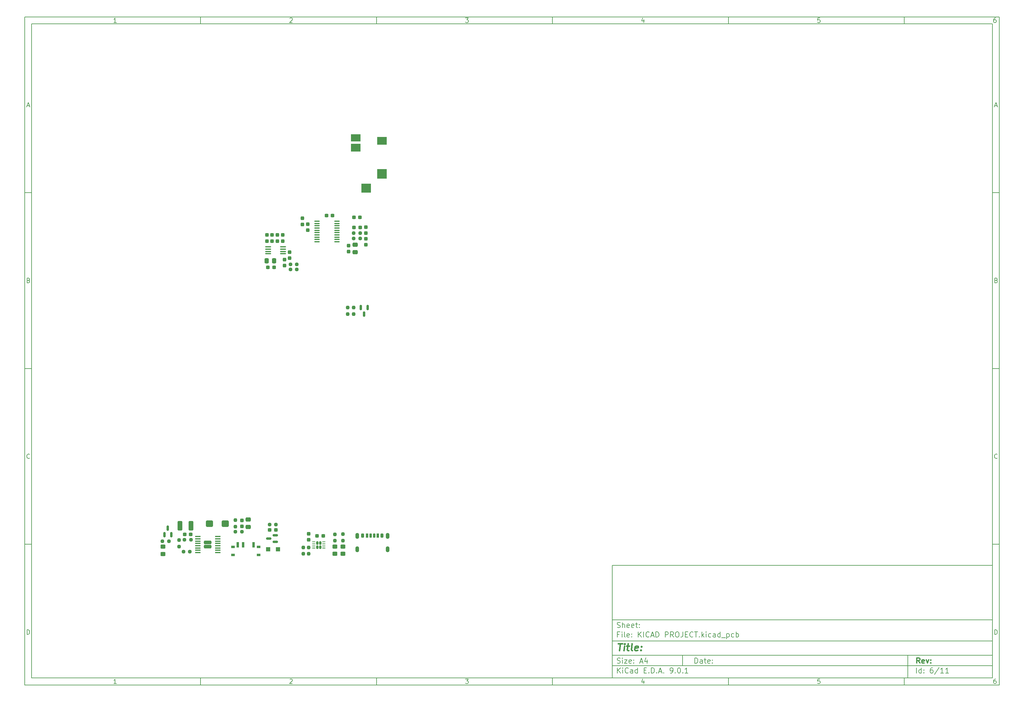
<source format=gbr>
%TF.GenerationSoftware,KiCad,Pcbnew,9.0.1*%
%TF.CreationDate,2025-07-11T00:17:53-07:00*%
%TF.ProjectId,KICAD PROJECT,4b494341-4420-4505-924f-4a4543542e6b,rev?*%
%TF.SameCoordinates,Original*%
%TF.FileFunction,Paste,Bot*%
%TF.FilePolarity,Positive*%
%FSLAX46Y46*%
G04 Gerber Fmt 4.6, Leading zero omitted, Abs format (unit mm)*
G04 Created by KiCad (PCBNEW 9.0.1) date 2025-07-11 00:17:53*
%MOMM*%
%LPD*%
G01*
G04 APERTURE LIST*
G04 Aperture macros list*
%AMRoundRect*
0 Rectangle with rounded corners*
0 $1 Rounding radius*
0 $2 $3 $4 $5 $6 $7 $8 $9 X,Y pos of 4 corners*
0 Add a 4 corners polygon primitive as box body*
4,1,4,$2,$3,$4,$5,$6,$7,$8,$9,$2,$3,0*
0 Add four circle primitives for the rounded corners*
1,1,$1+$1,$2,$3*
1,1,$1+$1,$4,$5*
1,1,$1+$1,$6,$7*
1,1,$1+$1,$8,$9*
0 Add four rect primitives between the rounded corners*
20,1,$1+$1,$2,$3,$4,$5,0*
20,1,$1+$1,$4,$5,$6,$7,0*
20,1,$1+$1,$6,$7,$8,$9,0*
20,1,$1+$1,$8,$9,$2,$3,0*%
G04 Aperture macros list end*
%ADD10C,0.100000*%
%ADD11C,0.150000*%
%ADD12C,0.300000*%
%ADD13C,0.400000*%
%ADD14RoundRect,0.237500X0.237500X-0.300000X0.237500X0.300000X-0.237500X0.300000X-0.237500X-0.300000X0*%
%ADD15RoundRect,0.237500X-0.237500X0.300000X-0.237500X-0.300000X0.237500X-0.300000X0.237500X0.300000X0*%
%ADD16RoundRect,0.237500X0.250000X0.237500X-0.250000X0.237500X-0.250000X-0.237500X0.250000X-0.237500X0*%
%ADD17RoundRect,0.250000X0.750000X0.650000X-0.750000X0.650000X-0.750000X-0.650000X0.750000X-0.650000X0*%
%ADD18RoundRect,0.237500X-0.300000X-0.237500X0.300000X-0.237500X0.300000X0.237500X-0.300000X0.237500X0*%
%ADD19RoundRect,0.250000X0.412500X1.100000X-0.412500X1.100000X-0.412500X-1.100000X0.412500X-1.100000X0*%
%ADD20RoundRect,0.237500X0.237500X-0.250000X0.237500X0.250000X-0.237500X0.250000X-0.237500X-0.250000X0*%
%ADD21RoundRect,0.237500X-0.237500X0.250000X-0.237500X-0.250000X0.237500X-0.250000X0.237500X0.250000X0*%
%ADD22RoundRect,0.237500X0.237500X-0.287500X0.237500X0.287500X-0.237500X0.287500X-0.237500X-0.287500X0*%
%ADD23RoundRect,0.237500X0.300000X0.237500X-0.300000X0.237500X-0.300000X-0.237500X0.300000X-0.237500X0*%
%ADD24RoundRect,0.100000X0.712500X0.100000X-0.712500X0.100000X-0.712500X-0.100000X0.712500X-0.100000X0*%
%ADD25RoundRect,0.250000X0.450000X-0.325000X0.450000X0.325000X-0.450000X0.325000X-0.450000X-0.325000X0*%
%ADD26RoundRect,0.237500X-0.250000X-0.237500X0.250000X-0.237500X0.250000X0.237500X-0.250000X0.237500X0*%
%ADD27RoundRect,0.175000X0.175000X0.425000X-0.175000X0.425000X-0.175000X-0.425000X0.175000X-0.425000X0*%
%ADD28RoundRect,0.190000X-0.190000X-0.410000X0.190000X-0.410000X0.190000X0.410000X-0.190000X0.410000X0*%
%ADD29RoundRect,0.200000X-0.200000X-0.400000X0.200000X-0.400000X0.200000X0.400000X-0.200000X0.400000X0*%
%ADD30RoundRect,0.175000X-0.175000X-0.425000X0.175000X-0.425000X0.175000X0.425000X-0.175000X0.425000X0*%
%ADD31RoundRect,0.190000X0.190000X0.410000X-0.190000X0.410000X-0.190000X-0.410000X0.190000X-0.410000X0*%
%ADD32RoundRect,0.200000X0.200000X0.400000X-0.200000X0.400000X-0.200000X-0.400000X0.200000X-0.400000X0*%
%ADD33O,1.100000X1.700000*%
%ADD34RoundRect,0.250000X-0.450000X0.325000X-0.450000X-0.325000X0.450000X-0.325000X0.450000X0.325000X0*%
%ADD35R,2.800000X2.200000*%
%ADD36R,2.800000X2.000000*%
%ADD37R,2.800000X2.800000*%
%ADD38R,2.800000X2.600000*%
%ADD39RoundRect,0.250000X-0.475000X0.337500X-0.475000X-0.337500X0.475000X-0.337500X0.475000X0.337500X0*%
%ADD40R,1.200000X1.200000*%
%ADD41RoundRect,0.250000X0.475000X-0.337500X0.475000X0.337500X-0.475000X0.337500X-0.475000X-0.337500X0*%
%ADD42RoundRect,0.247500X0.822500X0.247500X-0.822500X0.247500X-0.822500X-0.247500X0.822500X-0.247500X0*%
%ADD43RoundRect,0.100000X0.687500X0.100000X-0.687500X0.100000X-0.687500X-0.100000X0.687500X-0.100000X0*%
%ADD44RoundRect,0.100000X0.637500X0.100000X-0.637500X0.100000X-0.637500X-0.100000X0.637500X-0.100000X0*%
%ADD45RoundRect,0.160000X0.160000X0.315000X-0.160000X0.315000X-0.160000X-0.315000X0.160000X-0.315000X0*%
%ADD46RoundRect,0.062500X0.350000X0.062500X-0.350000X0.062500X-0.350000X-0.062500X0.350000X-0.062500X0*%
%ADD47RoundRect,0.150000X0.150000X-0.587500X0.150000X0.587500X-0.150000X0.587500X-0.150000X-0.587500X0*%
%ADD48RoundRect,0.250000X-0.337500X-0.475000X0.337500X-0.475000X0.337500X0.475000X-0.337500X0.475000X0*%
%ADD49RoundRect,0.237500X-0.237500X0.287500X-0.237500X-0.287500X0.237500X-0.287500X0.237500X0.287500X0*%
%ADD50RoundRect,0.150000X0.587500X0.150000X-0.587500X0.150000X-0.587500X-0.150000X0.587500X-0.150000X0*%
%ADD51RoundRect,0.150000X-0.150000X0.587500X-0.150000X-0.587500X0.150000X-0.587500X0.150000X0.587500X0*%
%ADD52R,1.000000X0.800000*%
%ADD53R,0.700000X1.500000*%
G04 APERTURE END LIST*
D10*
D11*
X177002200Y-166007200D02*
X285002200Y-166007200D01*
X285002200Y-198007200D01*
X177002200Y-198007200D01*
X177002200Y-166007200D01*
D10*
D11*
X10000000Y-10000000D02*
X287002200Y-10000000D01*
X287002200Y-200007200D01*
X10000000Y-200007200D01*
X10000000Y-10000000D01*
D10*
D11*
X12000000Y-12000000D02*
X285002200Y-12000000D01*
X285002200Y-198007200D01*
X12000000Y-198007200D01*
X12000000Y-12000000D01*
D10*
D11*
X60000000Y-12000000D02*
X60000000Y-10000000D01*
D10*
D11*
X110000000Y-12000000D02*
X110000000Y-10000000D01*
D10*
D11*
X160000000Y-12000000D02*
X160000000Y-10000000D01*
D10*
D11*
X210000000Y-12000000D02*
X210000000Y-10000000D01*
D10*
D11*
X260000000Y-12000000D02*
X260000000Y-10000000D01*
D10*
D11*
X36089160Y-11593604D02*
X35346303Y-11593604D01*
X35717731Y-11593604D02*
X35717731Y-10293604D01*
X35717731Y-10293604D02*
X35593922Y-10479319D01*
X35593922Y-10479319D02*
X35470112Y-10603128D01*
X35470112Y-10603128D02*
X35346303Y-10665033D01*
D10*
D11*
X85346303Y-10417414D02*
X85408207Y-10355509D01*
X85408207Y-10355509D02*
X85532017Y-10293604D01*
X85532017Y-10293604D02*
X85841541Y-10293604D01*
X85841541Y-10293604D02*
X85965350Y-10355509D01*
X85965350Y-10355509D02*
X86027255Y-10417414D01*
X86027255Y-10417414D02*
X86089160Y-10541223D01*
X86089160Y-10541223D02*
X86089160Y-10665033D01*
X86089160Y-10665033D02*
X86027255Y-10850747D01*
X86027255Y-10850747D02*
X85284398Y-11593604D01*
X85284398Y-11593604D02*
X86089160Y-11593604D01*
D10*
D11*
X135284398Y-10293604D02*
X136089160Y-10293604D01*
X136089160Y-10293604D02*
X135655826Y-10788842D01*
X135655826Y-10788842D02*
X135841541Y-10788842D01*
X135841541Y-10788842D02*
X135965350Y-10850747D01*
X135965350Y-10850747D02*
X136027255Y-10912652D01*
X136027255Y-10912652D02*
X136089160Y-11036461D01*
X136089160Y-11036461D02*
X136089160Y-11345985D01*
X136089160Y-11345985D02*
X136027255Y-11469795D01*
X136027255Y-11469795D02*
X135965350Y-11531700D01*
X135965350Y-11531700D02*
X135841541Y-11593604D01*
X135841541Y-11593604D02*
X135470112Y-11593604D01*
X135470112Y-11593604D02*
X135346303Y-11531700D01*
X135346303Y-11531700D02*
X135284398Y-11469795D01*
D10*
D11*
X185965350Y-10726938D02*
X185965350Y-11593604D01*
X185655826Y-10231700D02*
X185346303Y-11160271D01*
X185346303Y-11160271D02*
X186151064Y-11160271D01*
D10*
D11*
X236027255Y-10293604D02*
X235408207Y-10293604D01*
X235408207Y-10293604D02*
X235346303Y-10912652D01*
X235346303Y-10912652D02*
X235408207Y-10850747D01*
X235408207Y-10850747D02*
X235532017Y-10788842D01*
X235532017Y-10788842D02*
X235841541Y-10788842D01*
X235841541Y-10788842D02*
X235965350Y-10850747D01*
X235965350Y-10850747D02*
X236027255Y-10912652D01*
X236027255Y-10912652D02*
X236089160Y-11036461D01*
X236089160Y-11036461D02*
X236089160Y-11345985D01*
X236089160Y-11345985D02*
X236027255Y-11469795D01*
X236027255Y-11469795D02*
X235965350Y-11531700D01*
X235965350Y-11531700D02*
X235841541Y-11593604D01*
X235841541Y-11593604D02*
X235532017Y-11593604D01*
X235532017Y-11593604D02*
X235408207Y-11531700D01*
X235408207Y-11531700D02*
X235346303Y-11469795D01*
D10*
D11*
X285965350Y-10293604D02*
X285717731Y-10293604D01*
X285717731Y-10293604D02*
X285593922Y-10355509D01*
X285593922Y-10355509D02*
X285532017Y-10417414D01*
X285532017Y-10417414D02*
X285408207Y-10603128D01*
X285408207Y-10603128D02*
X285346303Y-10850747D01*
X285346303Y-10850747D02*
X285346303Y-11345985D01*
X285346303Y-11345985D02*
X285408207Y-11469795D01*
X285408207Y-11469795D02*
X285470112Y-11531700D01*
X285470112Y-11531700D02*
X285593922Y-11593604D01*
X285593922Y-11593604D02*
X285841541Y-11593604D01*
X285841541Y-11593604D02*
X285965350Y-11531700D01*
X285965350Y-11531700D02*
X286027255Y-11469795D01*
X286027255Y-11469795D02*
X286089160Y-11345985D01*
X286089160Y-11345985D02*
X286089160Y-11036461D01*
X286089160Y-11036461D02*
X286027255Y-10912652D01*
X286027255Y-10912652D02*
X285965350Y-10850747D01*
X285965350Y-10850747D02*
X285841541Y-10788842D01*
X285841541Y-10788842D02*
X285593922Y-10788842D01*
X285593922Y-10788842D02*
X285470112Y-10850747D01*
X285470112Y-10850747D02*
X285408207Y-10912652D01*
X285408207Y-10912652D02*
X285346303Y-11036461D01*
D10*
D11*
X60000000Y-198007200D02*
X60000000Y-200007200D01*
D10*
D11*
X110000000Y-198007200D02*
X110000000Y-200007200D01*
D10*
D11*
X160000000Y-198007200D02*
X160000000Y-200007200D01*
D10*
D11*
X210000000Y-198007200D02*
X210000000Y-200007200D01*
D10*
D11*
X260000000Y-198007200D02*
X260000000Y-200007200D01*
D10*
D11*
X36089160Y-199600804D02*
X35346303Y-199600804D01*
X35717731Y-199600804D02*
X35717731Y-198300804D01*
X35717731Y-198300804D02*
X35593922Y-198486519D01*
X35593922Y-198486519D02*
X35470112Y-198610328D01*
X35470112Y-198610328D02*
X35346303Y-198672233D01*
D10*
D11*
X85346303Y-198424614D02*
X85408207Y-198362709D01*
X85408207Y-198362709D02*
X85532017Y-198300804D01*
X85532017Y-198300804D02*
X85841541Y-198300804D01*
X85841541Y-198300804D02*
X85965350Y-198362709D01*
X85965350Y-198362709D02*
X86027255Y-198424614D01*
X86027255Y-198424614D02*
X86089160Y-198548423D01*
X86089160Y-198548423D02*
X86089160Y-198672233D01*
X86089160Y-198672233D02*
X86027255Y-198857947D01*
X86027255Y-198857947D02*
X85284398Y-199600804D01*
X85284398Y-199600804D02*
X86089160Y-199600804D01*
D10*
D11*
X135284398Y-198300804D02*
X136089160Y-198300804D01*
X136089160Y-198300804D02*
X135655826Y-198796042D01*
X135655826Y-198796042D02*
X135841541Y-198796042D01*
X135841541Y-198796042D02*
X135965350Y-198857947D01*
X135965350Y-198857947D02*
X136027255Y-198919852D01*
X136027255Y-198919852D02*
X136089160Y-199043661D01*
X136089160Y-199043661D02*
X136089160Y-199353185D01*
X136089160Y-199353185D02*
X136027255Y-199476995D01*
X136027255Y-199476995D02*
X135965350Y-199538900D01*
X135965350Y-199538900D02*
X135841541Y-199600804D01*
X135841541Y-199600804D02*
X135470112Y-199600804D01*
X135470112Y-199600804D02*
X135346303Y-199538900D01*
X135346303Y-199538900D02*
X135284398Y-199476995D01*
D10*
D11*
X185965350Y-198734138D02*
X185965350Y-199600804D01*
X185655826Y-198238900D02*
X185346303Y-199167471D01*
X185346303Y-199167471D02*
X186151064Y-199167471D01*
D10*
D11*
X236027255Y-198300804D02*
X235408207Y-198300804D01*
X235408207Y-198300804D02*
X235346303Y-198919852D01*
X235346303Y-198919852D02*
X235408207Y-198857947D01*
X235408207Y-198857947D02*
X235532017Y-198796042D01*
X235532017Y-198796042D02*
X235841541Y-198796042D01*
X235841541Y-198796042D02*
X235965350Y-198857947D01*
X235965350Y-198857947D02*
X236027255Y-198919852D01*
X236027255Y-198919852D02*
X236089160Y-199043661D01*
X236089160Y-199043661D02*
X236089160Y-199353185D01*
X236089160Y-199353185D02*
X236027255Y-199476995D01*
X236027255Y-199476995D02*
X235965350Y-199538900D01*
X235965350Y-199538900D02*
X235841541Y-199600804D01*
X235841541Y-199600804D02*
X235532017Y-199600804D01*
X235532017Y-199600804D02*
X235408207Y-199538900D01*
X235408207Y-199538900D02*
X235346303Y-199476995D01*
D10*
D11*
X285965350Y-198300804D02*
X285717731Y-198300804D01*
X285717731Y-198300804D02*
X285593922Y-198362709D01*
X285593922Y-198362709D02*
X285532017Y-198424614D01*
X285532017Y-198424614D02*
X285408207Y-198610328D01*
X285408207Y-198610328D02*
X285346303Y-198857947D01*
X285346303Y-198857947D02*
X285346303Y-199353185D01*
X285346303Y-199353185D02*
X285408207Y-199476995D01*
X285408207Y-199476995D02*
X285470112Y-199538900D01*
X285470112Y-199538900D02*
X285593922Y-199600804D01*
X285593922Y-199600804D02*
X285841541Y-199600804D01*
X285841541Y-199600804D02*
X285965350Y-199538900D01*
X285965350Y-199538900D02*
X286027255Y-199476995D01*
X286027255Y-199476995D02*
X286089160Y-199353185D01*
X286089160Y-199353185D02*
X286089160Y-199043661D01*
X286089160Y-199043661D02*
X286027255Y-198919852D01*
X286027255Y-198919852D02*
X285965350Y-198857947D01*
X285965350Y-198857947D02*
X285841541Y-198796042D01*
X285841541Y-198796042D02*
X285593922Y-198796042D01*
X285593922Y-198796042D02*
X285470112Y-198857947D01*
X285470112Y-198857947D02*
X285408207Y-198919852D01*
X285408207Y-198919852D02*
X285346303Y-199043661D01*
D10*
D11*
X10000000Y-60000000D02*
X12000000Y-60000000D01*
D10*
D11*
X10000000Y-110000000D02*
X12000000Y-110000000D01*
D10*
D11*
X10000000Y-160000000D02*
X12000000Y-160000000D01*
D10*
D11*
X10690476Y-35222176D02*
X11309523Y-35222176D01*
X10566666Y-35593604D02*
X10999999Y-34293604D01*
X10999999Y-34293604D02*
X11433333Y-35593604D01*
D10*
D11*
X11092857Y-84912652D02*
X11278571Y-84974557D01*
X11278571Y-84974557D02*
X11340476Y-85036461D01*
X11340476Y-85036461D02*
X11402380Y-85160271D01*
X11402380Y-85160271D02*
X11402380Y-85345985D01*
X11402380Y-85345985D02*
X11340476Y-85469795D01*
X11340476Y-85469795D02*
X11278571Y-85531700D01*
X11278571Y-85531700D02*
X11154761Y-85593604D01*
X11154761Y-85593604D02*
X10659523Y-85593604D01*
X10659523Y-85593604D02*
X10659523Y-84293604D01*
X10659523Y-84293604D02*
X11092857Y-84293604D01*
X11092857Y-84293604D02*
X11216666Y-84355509D01*
X11216666Y-84355509D02*
X11278571Y-84417414D01*
X11278571Y-84417414D02*
X11340476Y-84541223D01*
X11340476Y-84541223D02*
X11340476Y-84665033D01*
X11340476Y-84665033D02*
X11278571Y-84788842D01*
X11278571Y-84788842D02*
X11216666Y-84850747D01*
X11216666Y-84850747D02*
X11092857Y-84912652D01*
X11092857Y-84912652D02*
X10659523Y-84912652D01*
D10*
D11*
X11402380Y-135469795D02*
X11340476Y-135531700D01*
X11340476Y-135531700D02*
X11154761Y-135593604D01*
X11154761Y-135593604D02*
X11030952Y-135593604D01*
X11030952Y-135593604D02*
X10845238Y-135531700D01*
X10845238Y-135531700D02*
X10721428Y-135407890D01*
X10721428Y-135407890D02*
X10659523Y-135284080D01*
X10659523Y-135284080D02*
X10597619Y-135036461D01*
X10597619Y-135036461D02*
X10597619Y-134850747D01*
X10597619Y-134850747D02*
X10659523Y-134603128D01*
X10659523Y-134603128D02*
X10721428Y-134479319D01*
X10721428Y-134479319D02*
X10845238Y-134355509D01*
X10845238Y-134355509D02*
X11030952Y-134293604D01*
X11030952Y-134293604D02*
X11154761Y-134293604D01*
X11154761Y-134293604D02*
X11340476Y-134355509D01*
X11340476Y-134355509D02*
X11402380Y-134417414D01*
D10*
D11*
X10659523Y-185593604D02*
X10659523Y-184293604D01*
X10659523Y-184293604D02*
X10969047Y-184293604D01*
X10969047Y-184293604D02*
X11154761Y-184355509D01*
X11154761Y-184355509D02*
X11278571Y-184479319D01*
X11278571Y-184479319D02*
X11340476Y-184603128D01*
X11340476Y-184603128D02*
X11402380Y-184850747D01*
X11402380Y-184850747D02*
X11402380Y-185036461D01*
X11402380Y-185036461D02*
X11340476Y-185284080D01*
X11340476Y-185284080D02*
X11278571Y-185407890D01*
X11278571Y-185407890D02*
X11154761Y-185531700D01*
X11154761Y-185531700D02*
X10969047Y-185593604D01*
X10969047Y-185593604D02*
X10659523Y-185593604D01*
D10*
D11*
X287002200Y-60000000D02*
X285002200Y-60000000D01*
D10*
D11*
X287002200Y-110000000D02*
X285002200Y-110000000D01*
D10*
D11*
X287002200Y-160000000D02*
X285002200Y-160000000D01*
D10*
D11*
X285692676Y-35222176D02*
X286311723Y-35222176D01*
X285568866Y-35593604D02*
X286002199Y-34293604D01*
X286002199Y-34293604D02*
X286435533Y-35593604D01*
D10*
D11*
X286095057Y-84912652D02*
X286280771Y-84974557D01*
X286280771Y-84974557D02*
X286342676Y-85036461D01*
X286342676Y-85036461D02*
X286404580Y-85160271D01*
X286404580Y-85160271D02*
X286404580Y-85345985D01*
X286404580Y-85345985D02*
X286342676Y-85469795D01*
X286342676Y-85469795D02*
X286280771Y-85531700D01*
X286280771Y-85531700D02*
X286156961Y-85593604D01*
X286156961Y-85593604D02*
X285661723Y-85593604D01*
X285661723Y-85593604D02*
X285661723Y-84293604D01*
X285661723Y-84293604D02*
X286095057Y-84293604D01*
X286095057Y-84293604D02*
X286218866Y-84355509D01*
X286218866Y-84355509D02*
X286280771Y-84417414D01*
X286280771Y-84417414D02*
X286342676Y-84541223D01*
X286342676Y-84541223D02*
X286342676Y-84665033D01*
X286342676Y-84665033D02*
X286280771Y-84788842D01*
X286280771Y-84788842D02*
X286218866Y-84850747D01*
X286218866Y-84850747D02*
X286095057Y-84912652D01*
X286095057Y-84912652D02*
X285661723Y-84912652D01*
D10*
D11*
X286404580Y-135469795D02*
X286342676Y-135531700D01*
X286342676Y-135531700D02*
X286156961Y-135593604D01*
X286156961Y-135593604D02*
X286033152Y-135593604D01*
X286033152Y-135593604D02*
X285847438Y-135531700D01*
X285847438Y-135531700D02*
X285723628Y-135407890D01*
X285723628Y-135407890D02*
X285661723Y-135284080D01*
X285661723Y-135284080D02*
X285599819Y-135036461D01*
X285599819Y-135036461D02*
X285599819Y-134850747D01*
X285599819Y-134850747D02*
X285661723Y-134603128D01*
X285661723Y-134603128D02*
X285723628Y-134479319D01*
X285723628Y-134479319D02*
X285847438Y-134355509D01*
X285847438Y-134355509D02*
X286033152Y-134293604D01*
X286033152Y-134293604D02*
X286156961Y-134293604D01*
X286156961Y-134293604D02*
X286342676Y-134355509D01*
X286342676Y-134355509D02*
X286404580Y-134417414D01*
D10*
D11*
X285661723Y-185593604D02*
X285661723Y-184293604D01*
X285661723Y-184293604D02*
X285971247Y-184293604D01*
X285971247Y-184293604D02*
X286156961Y-184355509D01*
X286156961Y-184355509D02*
X286280771Y-184479319D01*
X286280771Y-184479319D02*
X286342676Y-184603128D01*
X286342676Y-184603128D02*
X286404580Y-184850747D01*
X286404580Y-184850747D02*
X286404580Y-185036461D01*
X286404580Y-185036461D02*
X286342676Y-185284080D01*
X286342676Y-185284080D02*
X286280771Y-185407890D01*
X286280771Y-185407890D02*
X286156961Y-185531700D01*
X286156961Y-185531700D02*
X285971247Y-185593604D01*
X285971247Y-185593604D02*
X285661723Y-185593604D01*
D10*
D11*
X200458026Y-193793328D02*
X200458026Y-192293328D01*
X200458026Y-192293328D02*
X200815169Y-192293328D01*
X200815169Y-192293328D02*
X201029455Y-192364757D01*
X201029455Y-192364757D02*
X201172312Y-192507614D01*
X201172312Y-192507614D02*
X201243741Y-192650471D01*
X201243741Y-192650471D02*
X201315169Y-192936185D01*
X201315169Y-192936185D02*
X201315169Y-193150471D01*
X201315169Y-193150471D02*
X201243741Y-193436185D01*
X201243741Y-193436185D02*
X201172312Y-193579042D01*
X201172312Y-193579042D02*
X201029455Y-193721900D01*
X201029455Y-193721900D02*
X200815169Y-193793328D01*
X200815169Y-193793328D02*
X200458026Y-193793328D01*
X202600884Y-193793328D02*
X202600884Y-193007614D01*
X202600884Y-193007614D02*
X202529455Y-192864757D01*
X202529455Y-192864757D02*
X202386598Y-192793328D01*
X202386598Y-192793328D02*
X202100884Y-192793328D01*
X202100884Y-192793328D02*
X201958026Y-192864757D01*
X202600884Y-193721900D02*
X202458026Y-193793328D01*
X202458026Y-193793328D02*
X202100884Y-193793328D01*
X202100884Y-193793328D02*
X201958026Y-193721900D01*
X201958026Y-193721900D02*
X201886598Y-193579042D01*
X201886598Y-193579042D02*
X201886598Y-193436185D01*
X201886598Y-193436185D02*
X201958026Y-193293328D01*
X201958026Y-193293328D02*
X202100884Y-193221900D01*
X202100884Y-193221900D02*
X202458026Y-193221900D01*
X202458026Y-193221900D02*
X202600884Y-193150471D01*
X203100884Y-192793328D02*
X203672312Y-192793328D01*
X203315169Y-192293328D02*
X203315169Y-193579042D01*
X203315169Y-193579042D02*
X203386598Y-193721900D01*
X203386598Y-193721900D02*
X203529455Y-193793328D01*
X203529455Y-193793328D02*
X203672312Y-193793328D01*
X204743741Y-193721900D02*
X204600884Y-193793328D01*
X204600884Y-193793328D02*
X204315170Y-193793328D01*
X204315170Y-193793328D02*
X204172312Y-193721900D01*
X204172312Y-193721900D02*
X204100884Y-193579042D01*
X204100884Y-193579042D02*
X204100884Y-193007614D01*
X204100884Y-193007614D02*
X204172312Y-192864757D01*
X204172312Y-192864757D02*
X204315170Y-192793328D01*
X204315170Y-192793328D02*
X204600884Y-192793328D01*
X204600884Y-192793328D02*
X204743741Y-192864757D01*
X204743741Y-192864757D02*
X204815170Y-193007614D01*
X204815170Y-193007614D02*
X204815170Y-193150471D01*
X204815170Y-193150471D02*
X204100884Y-193293328D01*
X205458026Y-193650471D02*
X205529455Y-193721900D01*
X205529455Y-193721900D02*
X205458026Y-193793328D01*
X205458026Y-193793328D02*
X205386598Y-193721900D01*
X205386598Y-193721900D02*
X205458026Y-193650471D01*
X205458026Y-193650471D02*
X205458026Y-193793328D01*
X205458026Y-192864757D02*
X205529455Y-192936185D01*
X205529455Y-192936185D02*
X205458026Y-193007614D01*
X205458026Y-193007614D02*
X205386598Y-192936185D01*
X205386598Y-192936185D02*
X205458026Y-192864757D01*
X205458026Y-192864757D02*
X205458026Y-193007614D01*
D10*
D11*
X177002200Y-194507200D02*
X285002200Y-194507200D01*
D10*
D11*
X178458026Y-196593328D02*
X178458026Y-195093328D01*
X179315169Y-196593328D02*
X178672312Y-195736185D01*
X179315169Y-195093328D02*
X178458026Y-195950471D01*
X179958026Y-196593328D02*
X179958026Y-195593328D01*
X179958026Y-195093328D02*
X179886598Y-195164757D01*
X179886598Y-195164757D02*
X179958026Y-195236185D01*
X179958026Y-195236185D02*
X180029455Y-195164757D01*
X180029455Y-195164757D02*
X179958026Y-195093328D01*
X179958026Y-195093328D02*
X179958026Y-195236185D01*
X181529455Y-196450471D02*
X181458027Y-196521900D01*
X181458027Y-196521900D02*
X181243741Y-196593328D01*
X181243741Y-196593328D02*
X181100884Y-196593328D01*
X181100884Y-196593328D02*
X180886598Y-196521900D01*
X180886598Y-196521900D02*
X180743741Y-196379042D01*
X180743741Y-196379042D02*
X180672312Y-196236185D01*
X180672312Y-196236185D02*
X180600884Y-195950471D01*
X180600884Y-195950471D02*
X180600884Y-195736185D01*
X180600884Y-195736185D02*
X180672312Y-195450471D01*
X180672312Y-195450471D02*
X180743741Y-195307614D01*
X180743741Y-195307614D02*
X180886598Y-195164757D01*
X180886598Y-195164757D02*
X181100884Y-195093328D01*
X181100884Y-195093328D02*
X181243741Y-195093328D01*
X181243741Y-195093328D02*
X181458027Y-195164757D01*
X181458027Y-195164757D02*
X181529455Y-195236185D01*
X182815170Y-196593328D02*
X182815170Y-195807614D01*
X182815170Y-195807614D02*
X182743741Y-195664757D01*
X182743741Y-195664757D02*
X182600884Y-195593328D01*
X182600884Y-195593328D02*
X182315170Y-195593328D01*
X182315170Y-195593328D02*
X182172312Y-195664757D01*
X182815170Y-196521900D02*
X182672312Y-196593328D01*
X182672312Y-196593328D02*
X182315170Y-196593328D01*
X182315170Y-196593328D02*
X182172312Y-196521900D01*
X182172312Y-196521900D02*
X182100884Y-196379042D01*
X182100884Y-196379042D02*
X182100884Y-196236185D01*
X182100884Y-196236185D02*
X182172312Y-196093328D01*
X182172312Y-196093328D02*
X182315170Y-196021900D01*
X182315170Y-196021900D02*
X182672312Y-196021900D01*
X182672312Y-196021900D02*
X182815170Y-195950471D01*
X184172313Y-196593328D02*
X184172313Y-195093328D01*
X184172313Y-196521900D02*
X184029455Y-196593328D01*
X184029455Y-196593328D02*
X183743741Y-196593328D01*
X183743741Y-196593328D02*
X183600884Y-196521900D01*
X183600884Y-196521900D02*
X183529455Y-196450471D01*
X183529455Y-196450471D02*
X183458027Y-196307614D01*
X183458027Y-196307614D02*
X183458027Y-195879042D01*
X183458027Y-195879042D02*
X183529455Y-195736185D01*
X183529455Y-195736185D02*
X183600884Y-195664757D01*
X183600884Y-195664757D02*
X183743741Y-195593328D01*
X183743741Y-195593328D02*
X184029455Y-195593328D01*
X184029455Y-195593328D02*
X184172313Y-195664757D01*
X186029455Y-195807614D02*
X186529455Y-195807614D01*
X186743741Y-196593328D02*
X186029455Y-196593328D01*
X186029455Y-196593328D02*
X186029455Y-195093328D01*
X186029455Y-195093328D02*
X186743741Y-195093328D01*
X187386598Y-196450471D02*
X187458027Y-196521900D01*
X187458027Y-196521900D02*
X187386598Y-196593328D01*
X187386598Y-196593328D02*
X187315170Y-196521900D01*
X187315170Y-196521900D02*
X187386598Y-196450471D01*
X187386598Y-196450471D02*
X187386598Y-196593328D01*
X188100884Y-196593328D02*
X188100884Y-195093328D01*
X188100884Y-195093328D02*
X188458027Y-195093328D01*
X188458027Y-195093328D02*
X188672313Y-195164757D01*
X188672313Y-195164757D02*
X188815170Y-195307614D01*
X188815170Y-195307614D02*
X188886599Y-195450471D01*
X188886599Y-195450471D02*
X188958027Y-195736185D01*
X188958027Y-195736185D02*
X188958027Y-195950471D01*
X188958027Y-195950471D02*
X188886599Y-196236185D01*
X188886599Y-196236185D02*
X188815170Y-196379042D01*
X188815170Y-196379042D02*
X188672313Y-196521900D01*
X188672313Y-196521900D02*
X188458027Y-196593328D01*
X188458027Y-196593328D02*
X188100884Y-196593328D01*
X189600884Y-196450471D02*
X189672313Y-196521900D01*
X189672313Y-196521900D02*
X189600884Y-196593328D01*
X189600884Y-196593328D02*
X189529456Y-196521900D01*
X189529456Y-196521900D02*
X189600884Y-196450471D01*
X189600884Y-196450471D02*
X189600884Y-196593328D01*
X190243742Y-196164757D02*
X190958028Y-196164757D01*
X190100885Y-196593328D02*
X190600885Y-195093328D01*
X190600885Y-195093328D02*
X191100885Y-196593328D01*
X191600884Y-196450471D02*
X191672313Y-196521900D01*
X191672313Y-196521900D02*
X191600884Y-196593328D01*
X191600884Y-196593328D02*
X191529456Y-196521900D01*
X191529456Y-196521900D02*
X191600884Y-196450471D01*
X191600884Y-196450471D02*
X191600884Y-196593328D01*
X193529456Y-196593328D02*
X193815170Y-196593328D01*
X193815170Y-196593328D02*
X193958027Y-196521900D01*
X193958027Y-196521900D02*
X194029456Y-196450471D01*
X194029456Y-196450471D02*
X194172313Y-196236185D01*
X194172313Y-196236185D02*
X194243742Y-195950471D01*
X194243742Y-195950471D02*
X194243742Y-195379042D01*
X194243742Y-195379042D02*
X194172313Y-195236185D01*
X194172313Y-195236185D02*
X194100885Y-195164757D01*
X194100885Y-195164757D02*
X193958027Y-195093328D01*
X193958027Y-195093328D02*
X193672313Y-195093328D01*
X193672313Y-195093328D02*
X193529456Y-195164757D01*
X193529456Y-195164757D02*
X193458027Y-195236185D01*
X193458027Y-195236185D02*
X193386599Y-195379042D01*
X193386599Y-195379042D02*
X193386599Y-195736185D01*
X193386599Y-195736185D02*
X193458027Y-195879042D01*
X193458027Y-195879042D02*
X193529456Y-195950471D01*
X193529456Y-195950471D02*
X193672313Y-196021900D01*
X193672313Y-196021900D02*
X193958027Y-196021900D01*
X193958027Y-196021900D02*
X194100885Y-195950471D01*
X194100885Y-195950471D02*
X194172313Y-195879042D01*
X194172313Y-195879042D02*
X194243742Y-195736185D01*
X194886598Y-196450471D02*
X194958027Y-196521900D01*
X194958027Y-196521900D02*
X194886598Y-196593328D01*
X194886598Y-196593328D02*
X194815170Y-196521900D01*
X194815170Y-196521900D02*
X194886598Y-196450471D01*
X194886598Y-196450471D02*
X194886598Y-196593328D01*
X195886599Y-195093328D02*
X196029456Y-195093328D01*
X196029456Y-195093328D02*
X196172313Y-195164757D01*
X196172313Y-195164757D02*
X196243742Y-195236185D01*
X196243742Y-195236185D02*
X196315170Y-195379042D01*
X196315170Y-195379042D02*
X196386599Y-195664757D01*
X196386599Y-195664757D02*
X196386599Y-196021900D01*
X196386599Y-196021900D02*
X196315170Y-196307614D01*
X196315170Y-196307614D02*
X196243742Y-196450471D01*
X196243742Y-196450471D02*
X196172313Y-196521900D01*
X196172313Y-196521900D02*
X196029456Y-196593328D01*
X196029456Y-196593328D02*
X195886599Y-196593328D01*
X195886599Y-196593328D02*
X195743742Y-196521900D01*
X195743742Y-196521900D02*
X195672313Y-196450471D01*
X195672313Y-196450471D02*
X195600884Y-196307614D01*
X195600884Y-196307614D02*
X195529456Y-196021900D01*
X195529456Y-196021900D02*
X195529456Y-195664757D01*
X195529456Y-195664757D02*
X195600884Y-195379042D01*
X195600884Y-195379042D02*
X195672313Y-195236185D01*
X195672313Y-195236185D02*
X195743742Y-195164757D01*
X195743742Y-195164757D02*
X195886599Y-195093328D01*
X197029455Y-196450471D02*
X197100884Y-196521900D01*
X197100884Y-196521900D02*
X197029455Y-196593328D01*
X197029455Y-196593328D02*
X196958027Y-196521900D01*
X196958027Y-196521900D02*
X197029455Y-196450471D01*
X197029455Y-196450471D02*
X197029455Y-196593328D01*
X198529456Y-196593328D02*
X197672313Y-196593328D01*
X198100884Y-196593328D02*
X198100884Y-195093328D01*
X198100884Y-195093328D02*
X197958027Y-195307614D01*
X197958027Y-195307614D02*
X197815170Y-195450471D01*
X197815170Y-195450471D02*
X197672313Y-195521900D01*
D10*
D11*
X177002200Y-191507200D02*
X285002200Y-191507200D01*
D10*
D12*
X264413853Y-193785528D02*
X263913853Y-193071242D01*
X263556710Y-193785528D02*
X263556710Y-192285528D01*
X263556710Y-192285528D02*
X264128139Y-192285528D01*
X264128139Y-192285528D02*
X264270996Y-192356957D01*
X264270996Y-192356957D02*
X264342425Y-192428385D01*
X264342425Y-192428385D02*
X264413853Y-192571242D01*
X264413853Y-192571242D02*
X264413853Y-192785528D01*
X264413853Y-192785528D02*
X264342425Y-192928385D01*
X264342425Y-192928385D02*
X264270996Y-192999814D01*
X264270996Y-192999814D02*
X264128139Y-193071242D01*
X264128139Y-193071242D02*
X263556710Y-193071242D01*
X265628139Y-193714100D02*
X265485282Y-193785528D01*
X265485282Y-193785528D02*
X265199568Y-193785528D01*
X265199568Y-193785528D02*
X265056710Y-193714100D01*
X265056710Y-193714100D02*
X264985282Y-193571242D01*
X264985282Y-193571242D02*
X264985282Y-192999814D01*
X264985282Y-192999814D02*
X265056710Y-192856957D01*
X265056710Y-192856957D02*
X265199568Y-192785528D01*
X265199568Y-192785528D02*
X265485282Y-192785528D01*
X265485282Y-192785528D02*
X265628139Y-192856957D01*
X265628139Y-192856957D02*
X265699568Y-192999814D01*
X265699568Y-192999814D02*
X265699568Y-193142671D01*
X265699568Y-193142671D02*
X264985282Y-193285528D01*
X266199567Y-192785528D02*
X266556710Y-193785528D01*
X266556710Y-193785528D02*
X266913853Y-192785528D01*
X267485281Y-193642671D02*
X267556710Y-193714100D01*
X267556710Y-193714100D02*
X267485281Y-193785528D01*
X267485281Y-193785528D02*
X267413853Y-193714100D01*
X267413853Y-193714100D02*
X267485281Y-193642671D01*
X267485281Y-193642671D02*
X267485281Y-193785528D01*
X267485281Y-192856957D02*
X267556710Y-192928385D01*
X267556710Y-192928385D02*
X267485281Y-192999814D01*
X267485281Y-192999814D02*
X267413853Y-192928385D01*
X267413853Y-192928385D02*
X267485281Y-192856957D01*
X267485281Y-192856957D02*
X267485281Y-192999814D01*
D10*
D11*
X178386598Y-193721900D02*
X178600884Y-193793328D01*
X178600884Y-193793328D02*
X178958026Y-193793328D01*
X178958026Y-193793328D02*
X179100884Y-193721900D01*
X179100884Y-193721900D02*
X179172312Y-193650471D01*
X179172312Y-193650471D02*
X179243741Y-193507614D01*
X179243741Y-193507614D02*
X179243741Y-193364757D01*
X179243741Y-193364757D02*
X179172312Y-193221900D01*
X179172312Y-193221900D02*
X179100884Y-193150471D01*
X179100884Y-193150471D02*
X178958026Y-193079042D01*
X178958026Y-193079042D02*
X178672312Y-193007614D01*
X178672312Y-193007614D02*
X178529455Y-192936185D01*
X178529455Y-192936185D02*
X178458026Y-192864757D01*
X178458026Y-192864757D02*
X178386598Y-192721900D01*
X178386598Y-192721900D02*
X178386598Y-192579042D01*
X178386598Y-192579042D02*
X178458026Y-192436185D01*
X178458026Y-192436185D02*
X178529455Y-192364757D01*
X178529455Y-192364757D02*
X178672312Y-192293328D01*
X178672312Y-192293328D02*
X179029455Y-192293328D01*
X179029455Y-192293328D02*
X179243741Y-192364757D01*
X179886597Y-193793328D02*
X179886597Y-192793328D01*
X179886597Y-192293328D02*
X179815169Y-192364757D01*
X179815169Y-192364757D02*
X179886597Y-192436185D01*
X179886597Y-192436185D02*
X179958026Y-192364757D01*
X179958026Y-192364757D02*
X179886597Y-192293328D01*
X179886597Y-192293328D02*
X179886597Y-192436185D01*
X180458026Y-192793328D02*
X181243741Y-192793328D01*
X181243741Y-192793328D02*
X180458026Y-193793328D01*
X180458026Y-193793328D02*
X181243741Y-193793328D01*
X182386598Y-193721900D02*
X182243741Y-193793328D01*
X182243741Y-193793328D02*
X181958027Y-193793328D01*
X181958027Y-193793328D02*
X181815169Y-193721900D01*
X181815169Y-193721900D02*
X181743741Y-193579042D01*
X181743741Y-193579042D02*
X181743741Y-193007614D01*
X181743741Y-193007614D02*
X181815169Y-192864757D01*
X181815169Y-192864757D02*
X181958027Y-192793328D01*
X181958027Y-192793328D02*
X182243741Y-192793328D01*
X182243741Y-192793328D02*
X182386598Y-192864757D01*
X182386598Y-192864757D02*
X182458027Y-193007614D01*
X182458027Y-193007614D02*
X182458027Y-193150471D01*
X182458027Y-193150471D02*
X181743741Y-193293328D01*
X183100883Y-193650471D02*
X183172312Y-193721900D01*
X183172312Y-193721900D02*
X183100883Y-193793328D01*
X183100883Y-193793328D02*
X183029455Y-193721900D01*
X183029455Y-193721900D02*
X183100883Y-193650471D01*
X183100883Y-193650471D02*
X183100883Y-193793328D01*
X183100883Y-192864757D02*
X183172312Y-192936185D01*
X183172312Y-192936185D02*
X183100883Y-193007614D01*
X183100883Y-193007614D02*
X183029455Y-192936185D01*
X183029455Y-192936185D02*
X183100883Y-192864757D01*
X183100883Y-192864757D02*
X183100883Y-193007614D01*
X184886598Y-193364757D02*
X185600884Y-193364757D01*
X184743741Y-193793328D02*
X185243741Y-192293328D01*
X185243741Y-192293328D02*
X185743741Y-193793328D01*
X186886598Y-192793328D02*
X186886598Y-193793328D01*
X186529455Y-192221900D02*
X186172312Y-193293328D01*
X186172312Y-193293328D02*
X187100883Y-193293328D01*
D10*
D11*
X263458026Y-196593328D02*
X263458026Y-195093328D01*
X264815170Y-196593328D02*
X264815170Y-195093328D01*
X264815170Y-196521900D02*
X264672312Y-196593328D01*
X264672312Y-196593328D02*
X264386598Y-196593328D01*
X264386598Y-196593328D02*
X264243741Y-196521900D01*
X264243741Y-196521900D02*
X264172312Y-196450471D01*
X264172312Y-196450471D02*
X264100884Y-196307614D01*
X264100884Y-196307614D02*
X264100884Y-195879042D01*
X264100884Y-195879042D02*
X264172312Y-195736185D01*
X264172312Y-195736185D02*
X264243741Y-195664757D01*
X264243741Y-195664757D02*
X264386598Y-195593328D01*
X264386598Y-195593328D02*
X264672312Y-195593328D01*
X264672312Y-195593328D02*
X264815170Y-195664757D01*
X265529455Y-196450471D02*
X265600884Y-196521900D01*
X265600884Y-196521900D02*
X265529455Y-196593328D01*
X265529455Y-196593328D02*
X265458027Y-196521900D01*
X265458027Y-196521900D02*
X265529455Y-196450471D01*
X265529455Y-196450471D02*
X265529455Y-196593328D01*
X265529455Y-195664757D02*
X265600884Y-195736185D01*
X265600884Y-195736185D02*
X265529455Y-195807614D01*
X265529455Y-195807614D02*
X265458027Y-195736185D01*
X265458027Y-195736185D02*
X265529455Y-195664757D01*
X265529455Y-195664757D02*
X265529455Y-195807614D01*
X268029456Y-195093328D02*
X267743741Y-195093328D01*
X267743741Y-195093328D02*
X267600884Y-195164757D01*
X267600884Y-195164757D02*
X267529456Y-195236185D01*
X267529456Y-195236185D02*
X267386598Y-195450471D01*
X267386598Y-195450471D02*
X267315170Y-195736185D01*
X267315170Y-195736185D02*
X267315170Y-196307614D01*
X267315170Y-196307614D02*
X267386598Y-196450471D01*
X267386598Y-196450471D02*
X267458027Y-196521900D01*
X267458027Y-196521900D02*
X267600884Y-196593328D01*
X267600884Y-196593328D02*
X267886598Y-196593328D01*
X267886598Y-196593328D02*
X268029456Y-196521900D01*
X268029456Y-196521900D02*
X268100884Y-196450471D01*
X268100884Y-196450471D02*
X268172313Y-196307614D01*
X268172313Y-196307614D02*
X268172313Y-195950471D01*
X268172313Y-195950471D02*
X268100884Y-195807614D01*
X268100884Y-195807614D02*
X268029456Y-195736185D01*
X268029456Y-195736185D02*
X267886598Y-195664757D01*
X267886598Y-195664757D02*
X267600884Y-195664757D01*
X267600884Y-195664757D02*
X267458027Y-195736185D01*
X267458027Y-195736185D02*
X267386598Y-195807614D01*
X267386598Y-195807614D02*
X267315170Y-195950471D01*
X269886598Y-195021900D02*
X268600884Y-196950471D01*
X271172313Y-196593328D02*
X270315170Y-196593328D01*
X270743741Y-196593328D02*
X270743741Y-195093328D01*
X270743741Y-195093328D02*
X270600884Y-195307614D01*
X270600884Y-195307614D02*
X270458027Y-195450471D01*
X270458027Y-195450471D02*
X270315170Y-195521900D01*
X272600884Y-196593328D02*
X271743741Y-196593328D01*
X272172312Y-196593328D02*
X272172312Y-195093328D01*
X272172312Y-195093328D02*
X272029455Y-195307614D01*
X272029455Y-195307614D02*
X271886598Y-195450471D01*
X271886598Y-195450471D02*
X271743741Y-195521900D01*
D10*
D11*
X177002200Y-187507200D02*
X285002200Y-187507200D01*
D10*
D13*
X178693928Y-188211638D02*
X179836785Y-188211638D01*
X179015357Y-190211638D02*
X179265357Y-188211638D01*
X180253452Y-190211638D02*
X180420119Y-188878304D01*
X180503452Y-188211638D02*
X180396309Y-188306876D01*
X180396309Y-188306876D02*
X180479643Y-188402114D01*
X180479643Y-188402114D02*
X180586786Y-188306876D01*
X180586786Y-188306876D02*
X180503452Y-188211638D01*
X180503452Y-188211638D02*
X180479643Y-188402114D01*
X181086786Y-188878304D02*
X181848690Y-188878304D01*
X181455833Y-188211638D02*
X181241548Y-189925923D01*
X181241548Y-189925923D02*
X181312976Y-190116400D01*
X181312976Y-190116400D02*
X181491548Y-190211638D01*
X181491548Y-190211638D02*
X181682024Y-190211638D01*
X182634405Y-190211638D02*
X182455833Y-190116400D01*
X182455833Y-190116400D02*
X182384405Y-189925923D01*
X182384405Y-189925923D02*
X182598690Y-188211638D01*
X184170119Y-190116400D02*
X183967738Y-190211638D01*
X183967738Y-190211638D02*
X183586785Y-190211638D01*
X183586785Y-190211638D02*
X183408214Y-190116400D01*
X183408214Y-190116400D02*
X183336785Y-189925923D01*
X183336785Y-189925923D02*
X183432024Y-189164019D01*
X183432024Y-189164019D02*
X183551071Y-188973542D01*
X183551071Y-188973542D02*
X183753452Y-188878304D01*
X183753452Y-188878304D02*
X184134404Y-188878304D01*
X184134404Y-188878304D02*
X184312976Y-188973542D01*
X184312976Y-188973542D02*
X184384404Y-189164019D01*
X184384404Y-189164019D02*
X184360595Y-189354495D01*
X184360595Y-189354495D02*
X183384404Y-189544971D01*
X185134405Y-190021161D02*
X185217738Y-190116400D01*
X185217738Y-190116400D02*
X185110595Y-190211638D01*
X185110595Y-190211638D02*
X185027262Y-190116400D01*
X185027262Y-190116400D02*
X185134405Y-190021161D01*
X185134405Y-190021161D02*
X185110595Y-190211638D01*
X185265357Y-188973542D02*
X185348690Y-189068780D01*
X185348690Y-189068780D02*
X185241548Y-189164019D01*
X185241548Y-189164019D02*
X185158214Y-189068780D01*
X185158214Y-189068780D02*
X185265357Y-188973542D01*
X185265357Y-188973542D02*
X185241548Y-189164019D01*
D10*
D11*
X178958026Y-185607614D02*
X178458026Y-185607614D01*
X178458026Y-186393328D02*
X178458026Y-184893328D01*
X178458026Y-184893328D02*
X179172312Y-184893328D01*
X179743740Y-186393328D02*
X179743740Y-185393328D01*
X179743740Y-184893328D02*
X179672312Y-184964757D01*
X179672312Y-184964757D02*
X179743740Y-185036185D01*
X179743740Y-185036185D02*
X179815169Y-184964757D01*
X179815169Y-184964757D02*
X179743740Y-184893328D01*
X179743740Y-184893328D02*
X179743740Y-185036185D01*
X180672312Y-186393328D02*
X180529455Y-186321900D01*
X180529455Y-186321900D02*
X180458026Y-186179042D01*
X180458026Y-186179042D02*
X180458026Y-184893328D01*
X181815169Y-186321900D02*
X181672312Y-186393328D01*
X181672312Y-186393328D02*
X181386598Y-186393328D01*
X181386598Y-186393328D02*
X181243740Y-186321900D01*
X181243740Y-186321900D02*
X181172312Y-186179042D01*
X181172312Y-186179042D02*
X181172312Y-185607614D01*
X181172312Y-185607614D02*
X181243740Y-185464757D01*
X181243740Y-185464757D02*
X181386598Y-185393328D01*
X181386598Y-185393328D02*
X181672312Y-185393328D01*
X181672312Y-185393328D02*
X181815169Y-185464757D01*
X181815169Y-185464757D02*
X181886598Y-185607614D01*
X181886598Y-185607614D02*
X181886598Y-185750471D01*
X181886598Y-185750471D02*
X181172312Y-185893328D01*
X182529454Y-186250471D02*
X182600883Y-186321900D01*
X182600883Y-186321900D02*
X182529454Y-186393328D01*
X182529454Y-186393328D02*
X182458026Y-186321900D01*
X182458026Y-186321900D02*
X182529454Y-186250471D01*
X182529454Y-186250471D02*
X182529454Y-186393328D01*
X182529454Y-185464757D02*
X182600883Y-185536185D01*
X182600883Y-185536185D02*
X182529454Y-185607614D01*
X182529454Y-185607614D02*
X182458026Y-185536185D01*
X182458026Y-185536185D02*
X182529454Y-185464757D01*
X182529454Y-185464757D02*
X182529454Y-185607614D01*
X184386597Y-186393328D02*
X184386597Y-184893328D01*
X185243740Y-186393328D02*
X184600883Y-185536185D01*
X185243740Y-184893328D02*
X184386597Y-185750471D01*
X185886597Y-186393328D02*
X185886597Y-184893328D01*
X187458026Y-186250471D02*
X187386598Y-186321900D01*
X187386598Y-186321900D02*
X187172312Y-186393328D01*
X187172312Y-186393328D02*
X187029455Y-186393328D01*
X187029455Y-186393328D02*
X186815169Y-186321900D01*
X186815169Y-186321900D02*
X186672312Y-186179042D01*
X186672312Y-186179042D02*
X186600883Y-186036185D01*
X186600883Y-186036185D02*
X186529455Y-185750471D01*
X186529455Y-185750471D02*
X186529455Y-185536185D01*
X186529455Y-185536185D02*
X186600883Y-185250471D01*
X186600883Y-185250471D02*
X186672312Y-185107614D01*
X186672312Y-185107614D02*
X186815169Y-184964757D01*
X186815169Y-184964757D02*
X187029455Y-184893328D01*
X187029455Y-184893328D02*
X187172312Y-184893328D01*
X187172312Y-184893328D02*
X187386598Y-184964757D01*
X187386598Y-184964757D02*
X187458026Y-185036185D01*
X188029455Y-185964757D02*
X188743741Y-185964757D01*
X187886598Y-186393328D02*
X188386598Y-184893328D01*
X188386598Y-184893328D02*
X188886598Y-186393328D01*
X189386597Y-186393328D02*
X189386597Y-184893328D01*
X189386597Y-184893328D02*
X189743740Y-184893328D01*
X189743740Y-184893328D02*
X189958026Y-184964757D01*
X189958026Y-184964757D02*
X190100883Y-185107614D01*
X190100883Y-185107614D02*
X190172312Y-185250471D01*
X190172312Y-185250471D02*
X190243740Y-185536185D01*
X190243740Y-185536185D02*
X190243740Y-185750471D01*
X190243740Y-185750471D02*
X190172312Y-186036185D01*
X190172312Y-186036185D02*
X190100883Y-186179042D01*
X190100883Y-186179042D02*
X189958026Y-186321900D01*
X189958026Y-186321900D02*
X189743740Y-186393328D01*
X189743740Y-186393328D02*
X189386597Y-186393328D01*
X192029454Y-186393328D02*
X192029454Y-184893328D01*
X192029454Y-184893328D02*
X192600883Y-184893328D01*
X192600883Y-184893328D02*
X192743740Y-184964757D01*
X192743740Y-184964757D02*
X192815169Y-185036185D01*
X192815169Y-185036185D02*
X192886597Y-185179042D01*
X192886597Y-185179042D02*
X192886597Y-185393328D01*
X192886597Y-185393328D02*
X192815169Y-185536185D01*
X192815169Y-185536185D02*
X192743740Y-185607614D01*
X192743740Y-185607614D02*
X192600883Y-185679042D01*
X192600883Y-185679042D02*
X192029454Y-185679042D01*
X194386597Y-186393328D02*
X193886597Y-185679042D01*
X193529454Y-186393328D02*
X193529454Y-184893328D01*
X193529454Y-184893328D02*
X194100883Y-184893328D01*
X194100883Y-184893328D02*
X194243740Y-184964757D01*
X194243740Y-184964757D02*
X194315169Y-185036185D01*
X194315169Y-185036185D02*
X194386597Y-185179042D01*
X194386597Y-185179042D02*
X194386597Y-185393328D01*
X194386597Y-185393328D02*
X194315169Y-185536185D01*
X194315169Y-185536185D02*
X194243740Y-185607614D01*
X194243740Y-185607614D02*
X194100883Y-185679042D01*
X194100883Y-185679042D02*
X193529454Y-185679042D01*
X195315169Y-184893328D02*
X195600883Y-184893328D01*
X195600883Y-184893328D02*
X195743740Y-184964757D01*
X195743740Y-184964757D02*
X195886597Y-185107614D01*
X195886597Y-185107614D02*
X195958026Y-185393328D01*
X195958026Y-185393328D02*
X195958026Y-185893328D01*
X195958026Y-185893328D02*
X195886597Y-186179042D01*
X195886597Y-186179042D02*
X195743740Y-186321900D01*
X195743740Y-186321900D02*
X195600883Y-186393328D01*
X195600883Y-186393328D02*
X195315169Y-186393328D01*
X195315169Y-186393328D02*
X195172312Y-186321900D01*
X195172312Y-186321900D02*
X195029454Y-186179042D01*
X195029454Y-186179042D02*
X194958026Y-185893328D01*
X194958026Y-185893328D02*
X194958026Y-185393328D01*
X194958026Y-185393328D02*
X195029454Y-185107614D01*
X195029454Y-185107614D02*
X195172312Y-184964757D01*
X195172312Y-184964757D02*
X195315169Y-184893328D01*
X197029455Y-184893328D02*
X197029455Y-185964757D01*
X197029455Y-185964757D02*
X196958026Y-186179042D01*
X196958026Y-186179042D02*
X196815169Y-186321900D01*
X196815169Y-186321900D02*
X196600883Y-186393328D01*
X196600883Y-186393328D02*
X196458026Y-186393328D01*
X197743740Y-185607614D02*
X198243740Y-185607614D01*
X198458026Y-186393328D02*
X197743740Y-186393328D01*
X197743740Y-186393328D02*
X197743740Y-184893328D01*
X197743740Y-184893328D02*
X198458026Y-184893328D01*
X199958026Y-186250471D02*
X199886598Y-186321900D01*
X199886598Y-186321900D02*
X199672312Y-186393328D01*
X199672312Y-186393328D02*
X199529455Y-186393328D01*
X199529455Y-186393328D02*
X199315169Y-186321900D01*
X199315169Y-186321900D02*
X199172312Y-186179042D01*
X199172312Y-186179042D02*
X199100883Y-186036185D01*
X199100883Y-186036185D02*
X199029455Y-185750471D01*
X199029455Y-185750471D02*
X199029455Y-185536185D01*
X199029455Y-185536185D02*
X199100883Y-185250471D01*
X199100883Y-185250471D02*
X199172312Y-185107614D01*
X199172312Y-185107614D02*
X199315169Y-184964757D01*
X199315169Y-184964757D02*
X199529455Y-184893328D01*
X199529455Y-184893328D02*
X199672312Y-184893328D01*
X199672312Y-184893328D02*
X199886598Y-184964757D01*
X199886598Y-184964757D02*
X199958026Y-185036185D01*
X200386598Y-184893328D02*
X201243741Y-184893328D01*
X200815169Y-186393328D02*
X200815169Y-184893328D01*
X201743740Y-186250471D02*
X201815169Y-186321900D01*
X201815169Y-186321900D02*
X201743740Y-186393328D01*
X201743740Y-186393328D02*
X201672312Y-186321900D01*
X201672312Y-186321900D02*
X201743740Y-186250471D01*
X201743740Y-186250471D02*
X201743740Y-186393328D01*
X202458026Y-186393328D02*
X202458026Y-184893328D01*
X202600884Y-185821900D02*
X203029455Y-186393328D01*
X203029455Y-185393328D02*
X202458026Y-185964757D01*
X203672312Y-186393328D02*
X203672312Y-185393328D01*
X203672312Y-184893328D02*
X203600884Y-184964757D01*
X203600884Y-184964757D02*
X203672312Y-185036185D01*
X203672312Y-185036185D02*
X203743741Y-184964757D01*
X203743741Y-184964757D02*
X203672312Y-184893328D01*
X203672312Y-184893328D02*
X203672312Y-185036185D01*
X205029456Y-186321900D02*
X204886598Y-186393328D01*
X204886598Y-186393328D02*
X204600884Y-186393328D01*
X204600884Y-186393328D02*
X204458027Y-186321900D01*
X204458027Y-186321900D02*
X204386598Y-186250471D01*
X204386598Y-186250471D02*
X204315170Y-186107614D01*
X204315170Y-186107614D02*
X204315170Y-185679042D01*
X204315170Y-185679042D02*
X204386598Y-185536185D01*
X204386598Y-185536185D02*
X204458027Y-185464757D01*
X204458027Y-185464757D02*
X204600884Y-185393328D01*
X204600884Y-185393328D02*
X204886598Y-185393328D01*
X204886598Y-185393328D02*
X205029456Y-185464757D01*
X206315170Y-186393328D02*
X206315170Y-185607614D01*
X206315170Y-185607614D02*
X206243741Y-185464757D01*
X206243741Y-185464757D02*
X206100884Y-185393328D01*
X206100884Y-185393328D02*
X205815170Y-185393328D01*
X205815170Y-185393328D02*
X205672312Y-185464757D01*
X206315170Y-186321900D02*
X206172312Y-186393328D01*
X206172312Y-186393328D02*
X205815170Y-186393328D01*
X205815170Y-186393328D02*
X205672312Y-186321900D01*
X205672312Y-186321900D02*
X205600884Y-186179042D01*
X205600884Y-186179042D02*
X205600884Y-186036185D01*
X205600884Y-186036185D02*
X205672312Y-185893328D01*
X205672312Y-185893328D02*
X205815170Y-185821900D01*
X205815170Y-185821900D02*
X206172312Y-185821900D01*
X206172312Y-185821900D02*
X206315170Y-185750471D01*
X207672313Y-186393328D02*
X207672313Y-184893328D01*
X207672313Y-186321900D02*
X207529455Y-186393328D01*
X207529455Y-186393328D02*
X207243741Y-186393328D01*
X207243741Y-186393328D02*
X207100884Y-186321900D01*
X207100884Y-186321900D02*
X207029455Y-186250471D01*
X207029455Y-186250471D02*
X206958027Y-186107614D01*
X206958027Y-186107614D02*
X206958027Y-185679042D01*
X206958027Y-185679042D02*
X207029455Y-185536185D01*
X207029455Y-185536185D02*
X207100884Y-185464757D01*
X207100884Y-185464757D02*
X207243741Y-185393328D01*
X207243741Y-185393328D02*
X207529455Y-185393328D01*
X207529455Y-185393328D02*
X207672313Y-185464757D01*
X208029456Y-186536185D02*
X209172313Y-186536185D01*
X209529455Y-185393328D02*
X209529455Y-186893328D01*
X209529455Y-185464757D02*
X209672313Y-185393328D01*
X209672313Y-185393328D02*
X209958027Y-185393328D01*
X209958027Y-185393328D02*
X210100884Y-185464757D01*
X210100884Y-185464757D02*
X210172313Y-185536185D01*
X210172313Y-185536185D02*
X210243741Y-185679042D01*
X210243741Y-185679042D02*
X210243741Y-186107614D01*
X210243741Y-186107614D02*
X210172313Y-186250471D01*
X210172313Y-186250471D02*
X210100884Y-186321900D01*
X210100884Y-186321900D02*
X209958027Y-186393328D01*
X209958027Y-186393328D02*
X209672313Y-186393328D01*
X209672313Y-186393328D02*
X209529455Y-186321900D01*
X211529456Y-186321900D02*
X211386598Y-186393328D01*
X211386598Y-186393328D02*
X211100884Y-186393328D01*
X211100884Y-186393328D02*
X210958027Y-186321900D01*
X210958027Y-186321900D02*
X210886598Y-186250471D01*
X210886598Y-186250471D02*
X210815170Y-186107614D01*
X210815170Y-186107614D02*
X210815170Y-185679042D01*
X210815170Y-185679042D02*
X210886598Y-185536185D01*
X210886598Y-185536185D02*
X210958027Y-185464757D01*
X210958027Y-185464757D02*
X211100884Y-185393328D01*
X211100884Y-185393328D02*
X211386598Y-185393328D01*
X211386598Y-185393328D02*
X211529456Y-185464757D01*
X212172312Y-186393328D02*
X212172312Y-184893328D01*
X212172312Y-185464757D02*
X212315170Y-185393328D01*
X212315170Y-185393328D02*
X212600884Y-185393328D01*
X212600884Y-185393328D02*
X212743741Y-185464757D01*
X212743741Y-185464757D02*
X212815170Y-185536185D01*
X212815170Y-185536185D02*
X212886598Y-185679042D01*
X212886598Y-185679042D02*
X212886598Y-186107614D01*
X212886598Y-186107614D02*
X212815170Y-186250471D01*
X212815170Y-186250471D02*
X212743741Y-186321900D01*
X212743741Y-186321900D02*
X212600884Y-186393328D01*
X212600884Y-186393328D02*
X212315170Y-186393328D01*
X212315170Y-186393328D02*
X212172312Y-186321900D01*
D10*
D11*
X177002200Y-181507200D02*
X285002200Y-181507200D01*
D10*
D11*
X178386598Y-183621900D02*
X178600884Y-183693328D01*
X178600884Y-183693328D02*
X178958026Y-183693328D01*
X178958026Y-183693328D02*
X179100884Y-183621900D01*
X179100884Y-183621900D02*
X179172312Y-183550471D01*
X179172312Y-183550471D02*
X179243741Y-183407614D01*
X179243741Y-183407614D02*
X179243741Y-183264757D01*
X179243741Y-183264757D02*
X179172312Y-183121900D01*
X179172312Y-183121900D02*
X179100884Y-183050471D01*
X179100884Y-183050471D02*
X178958026Y-182979042D01*
X178958026Y-182979042D02*
X178672312Y-182907614D01*
X178672312Y-182907614D02*
X178529455Y-182836185D01*
X178529455Y-182836185D02*
X178458026Y-182764757D01*
X178458026Y-182764757D02*
X178386598Y-182621900D01*
X178386598Y-182621900D02*
X178386598Y-182479042D01*
X178386598Y-182479042D02*
X178458026Y-182336185D01*
X178458026Y-182336185D02*
X178529455Y-182264757D01*
X178529455Y-182264757D02*
X178672312Y-182193328D01*
X178672312Y-182193328D02*
X179029455Y-182193328D01*
X179029455Y-182193328D02*
X179243741Y-182264757D01*
X179886597Y-183693328D02*
X179886597Y-182193328D01*
X180529455Y-183693328D02*
X180529455Y-182907614D01*
X180529455Y-182907614D02*
X180458026Y-182764757D01*
X180458026Y-182764757D02*
X180315169Y-182693328D01*
X180315169Y-182693328D02*
X180100883Y-182693328D01*
X180100883Y-182693328D02*
X179958026Y-182764757D01*
X179958026Y-182764757D02*
X179886597Y-182836185D01*
X181815169Y-183621900D02*
X181672312Y-183693328D01*
X181672312Y-183693328D02*
X181386598Y-183693328D01*
X181386598Y-183693328D02*
X181243740Y-183621900D01*
X181243740Y-183621900D02*
X181172312Y-183479042D01*
X181172312Y-183479042D02*
X181172312Y-182907614D01*
X181172312Y-182907614D02*
X181243740Y-182764757D01*
X181243740Y-182764757D02*
X181386598Y-182693328D01*
X181386598Y-182693328D02*
X181672312Y-182693328D01*
X181672312Y-182693328D02*
X181815169Y-182764757D01*
X181815169Y-182764757D02*
X181886598Y-182907614D01*
X181886598Y-182907614D02*
X181886598Y-183050471D01*
X181886598Y-183050471D02*
X181172312Y-183193328D01*
X183100883Y-183621900D02*
X182958026Y-183693328D01*
X182958026Y-183693328D02*
X182672312Y-183693328D01*
X182672312Y-183693328D02*
X182529454Y-183621900D01*
X182529454Y-183621900D02*
X182458026Y-183479042D01*
X182458026Y-183479042D02*
X182458026Y-182907614D01*
X182458026Y-182907614D02*
X182529454Y-182764757D01*
X182529454Y-182764757D02*
X182672312Y-182693328D01*
X182672312Y-182693328D02*
X182958026Y-182693328D01*
X182958026Y-182693328D02*
X183100883Y-182764757D01*
X183100883Y-182764757D02*
X183172312Y-182907614D01*
X183172312Y-182907614D02*
X183172312Y-183050471D01*
X183172312Y-183050471D02*
X182458026Y-183193328D01*
X183600883Y-182693328D02*
X184172311Y-182693328D01*
X183815168Y-182193328D02*
X183815168Y-183479042D01*
X183815168Y-183479042D02*
X183886597Y-183621900D01*
X183886597Y-183621900D02*
X184029454Y-183693328D01*
X184029454Y-183693328D02*
X184172311Y-183693328D01*
X184672311Y-183550471D02*
X184743740Y-183621900D01*
X184743740Y-183621900D02*
X184672311Y-183693328D01*
X184672311Y-183693328D02*
X184600883Y-183621900D01*
X184600883Y-183621900D02*
X184672311Y-183550471D01*
X184672311Y-183550471D02*
X184672311Y-183693328D01*
X184672311Y-182764757D02*
X184743740Y-182836185D01*
X184743740Y-182836185D02*
X184672311Y-182907614D01*
X184672311Y-182907614D02*
X184600883Y-182836185D01*
X184600883Y-182836185D02*
X184672311Y-182764757D01*
X184672311Y-182764757D02*
X184672311Y-182907614D01*
D10*
D11*
X197002200Y-191507200D02*
X197002200Y-194507200D01*
D10*
D11*
X261002200Y-191507200D02*
X261002200Y-198007200D01*
D14*
%TO.C,C23*%
X78825000Y-73737500D03*
X78825000Y-72012500D03*
%TD*%
D15*
%TO.C,C3*%
X71767094Y-153150000D03*
X71767094Y-154875000D03*
%TD*%
D16*
%TO.C,R9*%
X57235318Y-158686099D03*
X55410318Y-158686099D03*
%TD*%
D17*
%TO.C,L1*%
X66997818Y-154161099D03*
X62497818Y-154161099D03*
%TD*%
D15*
%TO.C,C22*%
X83325000Y-72012500D03*
X83325000Y-73737500D03*
%TD*%
D14*
%TO.C,C16*%
X88914891Y-69015512D03*
X88914891Y-67290512D03*
%TD*%
D18*
%TO.C,C14*%
X103594596Y-69875000D03*
X105319596Y-69875000D03*
%TD*%
D19*
%TO.C,C5*%
X57238316Y-154736867D03*
X54113316Y-154736867D03*
%TD*%
D14*
%TO.C,C17*%
X90414891Y-70653012D03*
X90414891Y-68928012D03*
%TD*%
D20*
%TO.C,R19*%
X90712232Y-162684466D03*
X90712232Y-160859466D03*
%TD*%
%TO.C,R20*%
X89203967Y-162689972D03*
X89203967Y-160864972D03*
%TD*%
D21*
%TO.C,R1*%
X103500000Y-92675000D03*
X103500000Y-94500000D03*
%TD*%
D22*
%TO.C,FB2*%
X80325000Y-73750000D03*
X80325000Y-72000000D03*
%TD*%
D20*
%TO.C,R18*%
X100481545Y-158942564D03*
X100481545Y-157117564D03*
%TD*%
D23*
%TO.C,C15*%
X105277391Y-67015512D03*
X103552391Y-67015512D03*
%TD*%
%TO.C,C24*%
X94822221Y-157601735D03*
X93097221Y-157601735D03*
%TD*%
D16*
%TO.C,R14*%
X87349999Y-80350000D03*
X85524999Y-80350000D03*
%TD*%
D23*
%TO.C,C4*%
X57198895Y-157185949D03*
X55473895Y-157185949D03*
%TD*%
D24*
%TO.C,U4*%
X83437500Y-75400000D03*
X83437500Y-76050000D03*
X83437500Y-76700000D03*
X83437500Y-77350000D03*
X79212500Y-77350000D03*
X79212500Y-76700000D03*
X79212500Y-76050000D03*
X79212500Y-75400000D03*
%TD*%
D25*
%TO.C,D43*%
X49325000Y-162727437D03*
X49325000Y-160677437D03*
%TD*%
D18*
%TO.C,C1*%
X79638887Y-155885266D03*
X81363887Y-155885266D03*
%TD*%
D21*
%TO.C,R7*%
X69905039Y-153112698D03*
X69905039Y-154937698D03*
%TD*%
D26*
%TO.C,R8*%
X69906941Y-156437796D03*
X71731941Y-156437796D03*
%TD*%
D27*
%TO.C,P1*%
X109325000Y-157495000D03*
D28*
X107305000Y-157495000D03*
D29*
X106075000Y-157495000D03*
D30*
X108325000Y-157495000D03*
D31*
X110345000Y-157495000D03*
D32*
X111575000Y-157495000D03*
D33*
X113145000Y-161375000D03*
X113145000Y-157575000D03*
X104505000Y-161375000D03*
X104505000Y-157575000D03*
%TD*%
D16*
%TO.C,R15*%
X87349999Y-81850000D03*
X85524999Y-81850000D03*
%TD*%
D23*
%TO.C,C13*%
X97502391Y-66515512D03*
X95777391Y-66515512D03*
%TD*%
D34*
%TO.C,D41*%
X98199648Y-160608438D03*
X98199648Y-162658438D03*
%TD*%
D26*
%TO.C,R11*%
X49165754Y-159095666D03*
X50990754Y-159095666D03*
%TD*%
D35*
%TO.C,J1*%
X104125000Y-47175000D03*
D36*
X104125000Y-44375000D03*
D35*
X111525000Y-45275000D03*
D37*
X111525000Y-54675000D03*
D38*
X107075000Y-58675000D03*
%TD*%
D21*
%TO.C,R10*%
X53910318Y-158773599D03*
X53910318Y-160598599D03*
%TD*%
D18*
%TO.C,C18*%
X79132243Y-81193260D03*
X80857243Y-81193260D03*
%TD*%
D39*
%TO.C,C2*%
X73482679Y-152957679D03*
X73482679Y-155032679D03*
%TD*%
D15*
%TO.C,C9*%
X106942635Y-73078280D03*
X106942635Y-74803280D03*
%TD*%
D26*
%TO.C,R12*%
X103502391Y-73007108D03*
X105327391Y-73007108D03*
%TD*%
%TO.C,R5*%
X79588887Y-154405391D03*
X81413887Y-154405391D03*
%TD*%
D34*
%TO.C,D42*%
X100481545Y-160615733D03*
X100481545Y-162665733D03*
%TD*%
D40*
%TO.C,D40*%
X79178489Y-161375000D03*
X81978489Y-161375000D03*
%TD*%
D14*
%TO.C,C25*%
X90687887Y-158724875D03*
X90687887Y-156999875D03*
%TD*%
D20*
%TO.C,R13*%
X98175498Y-158970849D03*
X98175498Y-157145849D03*
%TD*%
D41*
%TO.C,C11*%
X103900374Y-76868412D03*
X103900374Y-74793412D03*
%TD*%
D42*
%TO.C,IC1*%
X62047818Y-160676099D03*
X62047818Y-159446099D03*
D43*
X64910318Y-157786099D03*
X64910318Y-158436099D03*
X64910318Y-159086099D03*
X64910318Y-159736099D03*
X64910318Y-160386099D03*
X64910318Y-161036099D03*
X64910318Y-161686099D03*
X64910318Y-162336099D03*
X59185318Y-162336099D03*
X59185318Y-161686099D03*
X59185318Y-161036099D03*
X59185318Y-160386099D03*
X59185318Y-159736099D03*
X59185318Y-159086099D03*
X59185318Y-158436099D03*
X59185318Y-157786099D03*
%TD*%
D44*
%TO.C,U1*%
X98777391Y-68090512D03*
X98777391Y-68740512D03*
X98777391Y-69390512D03*
X98777391Y-70040512D03*
X98777391Y-70690512D03*
X98777391Y-71340512D03*
X98777391Y-71990512D03*
X98777391Y-72640512D03*
X98777391Y-73290512D03*
X98777391Y-73940512D03*
X93052391Y-73940512D03*
X93052391Y-73290512D03*
X93052391Y-72640512D03*
X93052391Y-71990512D03*
X93052391Y-71340512D03*
X93052391Y-70690512D03*
X93052391Y-70040512D03*
X93052391Y-69390512D03*
X93052391Y-68740512D03*
X93052391Y-68090512D03*
%TD*%
D14*
%TO.C,C10*%
X106931249Y-71478499D03*
X106931249Y-69753499D03*
%TD*%
%TO.C,C12*%
X102014846Y-76755582D03*
X102014846Y-75030582D03*
%TD*%
D26*
%TO.C,R4*%
X103522895Y-71515512D03*
X105347895Y-71515512D03*
%TD*%
D45*
%TO.C,U8*%
X93988382Y-160775319D03*
X93988382Y-159595319D03*
X93198382Y-160775319D03*
X93198382Y-159595319D03*
D46*
X95030882Y-159185319D03*
X95030882Y-159685319D03*
X95030882Y-160185319D03*
X95030882Y-160685319D03*
X95030882Y-161185319D03*
X92155882Y-161185319D03*
X92155882Y-160685319D03*
X92155882Y-160185319D03*
X92155882Y-159685319D03*
X92155882Y-159185319D03*
%TD*%
D47*
%TO.C,Q3*%
X51645873Y-157249755D03*
X49745873Y-157249755D03*
X50695873Y-155374755D03*
%TD*%
D48*
%TO.C,C19*%
X78787500Y-79375000D03*
X80862500Y-79375000D03*
%TD*%
D26*
%TO.C,R6*%
X55135763Y-162094494D03*
X56960763Y-162094494D03*
%TD*%
D15*
%TO.C,C21*%
X83825000Y-79012500D03*
X83825000Y-80737500D03*
%TD*%
D20*
%TO.C,R3*%
X101825000Y-94500000D03*
X101825000Y-92675000D03*
%TD*%
D49*
%TO.C,FB1*%
X81825000Y-72000000D03*
X81825000Y-73750000D03*
%TD*%
D50*
%TO.C,Q2*%
X81200000Y-157425000D03*
X81200000Y-159325000D03*
X79325000Y-158375000D03*
%TD*%
D51*
%TO.C,Q1*%
X105550000Y-92625000D03*
X107450000Y-92625000D03*
X106500000Y-94500000D03*
%TD*%
D52*
%TO.C,SW44*%
X76475000Y-162975000D03*
X76475000Y-160765000D03*
X69175000Y-162975000D03*
X69175000Y-160765000D03*
D53*
X75075000Y-160115000D03*
X72075000Y-160115000D03*
X70575000Y-160115000D03*
%TD*%
D14*
%TO.C,C20*%
X85325000Y-78600000D03*
X85325000Y-76875000D03*
%TD*%
M02*

</source>
